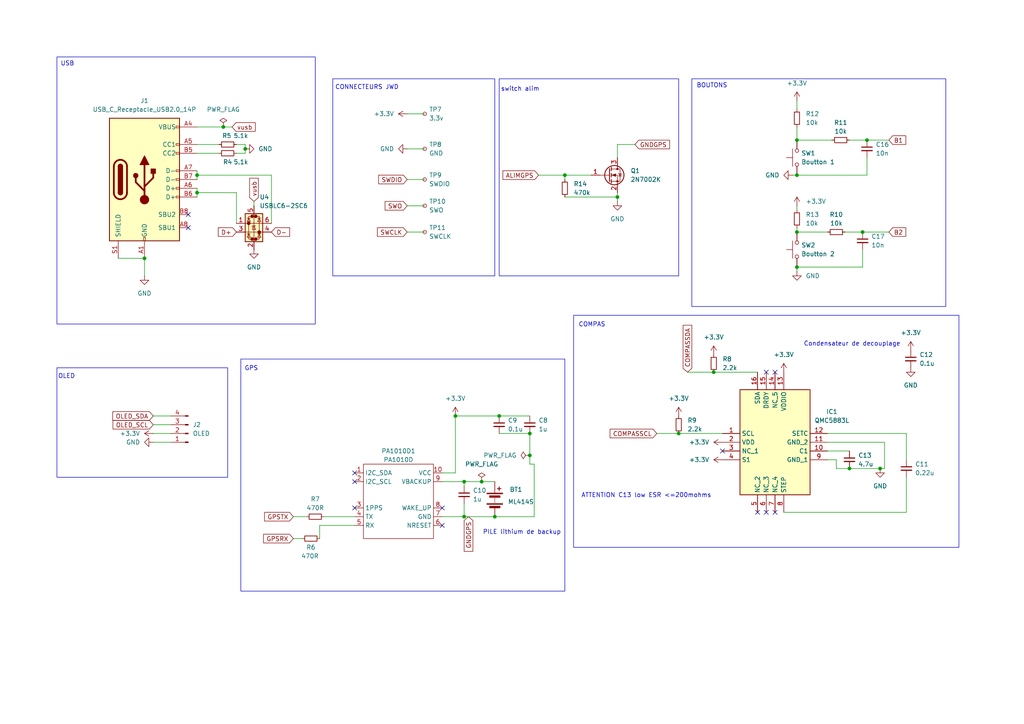
<source format=kicad_sch>
(kicad_sch (version 20231120) (generator "eeschema") (generator_version "8.0")
  (paper "A4")
  (title_block (title "Balise GPS") (date "2024-03-08") (rev "1.0") (company "ENSEA") (comment 1 "Pommery Mathieu"))
  (lib_symbols
    (symbol "Connector:Conn_01x04_Pin" (pin_names (offset 1.016) hide)
      (property "Reference" "J" (at 0 5.08 0))
      (property "Value" "Conn_01x04_Pin" (at 0 -7.62 0))
      (symbol "Conn_01x04_Pin_1_1"
        (polyline (pts (xy 1.27 -5.08) (xy 0.8636 -5.08)) (stroke (width 0.1524)))
        (polyline (pts (xy 1.27 -2.54) (xy 0.8636 -2.54)) (stroke (width 0.1524)))
        (polyline (pts (xy 1.27 0) (xy 0.8636 0)) (stroke (width 0.1524)))
        (polyline (pts (xy 1.27 2.54) (xy 0.8636 2.54)) (stroke (width 0.1524)))
        (rectangle (start 0.8636 -4.953) (end 0 -5.207) (stroke (width 0.1524)) (fill (type outline)))
        (rectangle (start 0.8636 -2.413) (end 0 -2.667) (stroke (width 0.1524)) (fill (type outline)))
        (rectangle (start 0.8636 0.127) (end 0 -0.127) (stroke (width 0.1524)) (fill (type outline)))
        (rectangle (start 0.8636 2.667) (end 0 2.413) (stroke (width 0.1524)) (fill (type outline)))
        (pin passive line (at 5.08 2.54 180) (length 3.81) (name "Pin_1") (number "1"))
        (pin passive line (at 5.08 0 180) (length 3.81) (name "Pin_2") (number "2"))
        (pin passive line (at 5.08 -2.54 180) (length 3.81) (name "Pin_3") (number "3"))
        (pin passive line (at 5.08 -5.08 180) (length 3.81) (name "Pin_4") (number "4"))
      )
    )
    (symbol "Connector:TestPoint_Small" (pin_numbers hide) (pin_names (offset 0.762) hide)
      (property "Reference" "TP" (at 0 3.81 0))
      (property "Value" "TestPoint_Small" (at 0 2.032 0))
      (symbol "TestPoint_Small_0_1"
        (circle (center 0 0) (radius 0.508))
      )
      (symbol "TestPoint_Small_1_1"
        (pin passive line (at 0 0 90) (length 0) (name "1") (number "1"))
      )
    )
    (symbol "Device:Battery" (pin_numbers hide) (pin_names (offset 0) hide)
      (property "Reference" "BT" (at 2.54 2.54 0))
      (property "Value" "Battery" (at 2.54 0 0))
      (symbol "Battery_0_1"
        (rectangle (start -2.286 -1.27) (end 2.286 -1.524) (fill (type outline)))
        (rectangle (start -2.286 1.778) (end 2.286 1.524) (fill (type outline)))
        (rectangle (start -1.524 -2.032) (end 1.524 -2.54) (fill (type outline)))
        (rectangle (start -1.524 1.016) (end 1.524 0.508) (fill (type outline)))
        (polyline (pts (xy 0 -1.016) (xy 0 -0.762)))
        (polyline (pts (xy 0 -0.508) (xy 0 -0.254)))
        (polyline (pts (xy 0 0) (xy 0 0.254)))
        (polyline (pts (xy 0 1.778) (xy 0 2.54)))
        (polyline (pts (xy 0.762 3.048) (xy 1.778 3.048)) (stroke (width 0.254)))
        (polyline (pts (xy 1.27 3.556) (xy 1.27 2.54)) (stroke (width 0.254)))
      )
      (symbol "Battery_1_1"
        (pin passive line (at 0 5.08 270) (length 2.54) (name "+") (number "1"))
        (pin passive line (at 0 -5.08 90) (length 2.54) (name "-") (number "2"))
      )
    )
    (symbol "Device:C_Small" (pin_numbers hide) (pin_names (offset 0.254) hide)
      (property "Reference" "C" (at 0.254 1.778 0))
      (property "Value" "C_Small" (at 0.254 -2.032 0))
      (symbol "C_Small_0_1"
        (polyline (pts (xy -1.524 -0.508) (xy 1.524 -0.508)) (stroke (width 0.3302)))
        (polyline (pts (xy -1.524 0.508) (xy 1.524 0.508)) (stroke (width 0.3048)))
      )
      (symbol "C_Small_1_1"
        (pin passive line (at 0 2.54 270) (length 2.032) (name "~") (number "1"))
        (pin passive line (at 0 -2.54 90) (length 2.032) (name "~") (number "2"))
      )
    )
    (symbol "Device:R_Small" (pin_numbers hide) (pin_names (offset 0.254) hide)
      (property "Reference" "R" (at 0.762 0.508 0))
      (property "Value" "R_Small" (at 0.762 -1.016 0))
      (symbol "R_Small_0_1"
        (rectangle (start -0.762 1.778) (end 0.762 -1.778) (stroke (width 0.2032)))
      )
      (symbol "R_Small_1_1"
        (pin passive line (at 0 2.54 270) (length 0.762) (name "~") (number "1"))
        (pin passive line (at 0 -2.54 90) (length 0.762) (name "~") (number "2"))
      )
    )
    (symbol "LTC4065:USB_C_Receptacle_USB2.0_16P" (pin_names (offset 1.016))
      (property "Reference" "J1" (at 0 22.86 0))
      (property "Value" "USB_C_Receptacle_USB2.0_16P" (at 0 20.32 0))
      (symbol "USB_C_Receptacle_USB2.0_16P_0_0"
        (rectangle (start -0.254 -17.78) (end 0.254 -16.764))
        (rectangle (start 10.16 -4.826) (end 9.144 -5.334))
        (rectangle (start 10.16 -2.286) (end 9.144 -2.794))
        (rectangle (start 10.16 0.254) (end 9.144 -0.254))
        (rectangle (start 10.16 2.794) (end 9.144 2.286))
        (rectangle (start 10.16 7.874) (end 9.144 7.366))
        (rectangle (start 10.16 10.414) (end 9.144 9.906))
        (rectangle (start 10.16 15.494) (end 9.144 14.986))
      )
      (symbol "USB_C_Receptacle_USB2.0_16P_0_1"
        (rectangle (start -10.16 17.78) (end 10.16 -17.78) (stroke (width 0.254)) (fill (type background)))
        (arc (start -8.89 -3.81) (mid -6.985 -5.7067) (end -5.08 -3.81) (stroke (width 0.508)))
        (arc (start -7.62 -3.81) (mid -6.985 -4.4423) (end -6.35 -3.81) (stroke (width 0.254)))
        (arc (start -7.62 -3.81) (mid -6.985 -4.4423) (end -6.35 -3.81) (stroke (width 0.254)) (fill (type outline)))
        (rectangle (start -7.62 -3.81) (end -6.35 3.81) (stroke (width 0.254)) (fill (type outline)))
        (arc (start -6.35 3.81) (mid -6.985 4.4423) (end -7.62 3.81) (stroke (width 0.254)))
        (arc (start -6.35 3.81) (mid -6.985 4.4423) (end -7.62 3.81) (stroke (width 0.254)) (fill (type outline)))
        (arc (start -5.08 3.81) (mid -6.985 5.7067) (end -8.89 3.81) (stroke (width 0.508)))
        (circle (center -2.54 1.143) (radius 0.635) (stroke (width 0.254)) (fill (type outline)))
        (circle (center 0 -5.842) (radius 1.27) (fill (type outline)))
        (polyline (pts (xy -8.89 -3.81) (xy -8.89 3.81)) (stroke (width 0.508)))
        (polyline (pts (xy -5.08 3.81) (xy -5.08 -3.81)) (stroke (width 0.508)))
        (polyline (pts (xy 0 -5.842) (xy 0 4.318)) (stroke (width 0.508)))
        (polyline (pts (xy 0 -3.302) (xy -2.54 -0.762) (xy -2.54 0.508)) (stroke (width 0.508)))
        (polyline (pts (xy 0 -2.032) (xy 2.54 0.508) (xy 2.54 1.778)) (stroke (width 0.508)))
        (polyline (pts (xy -1.27 4.318) (xy 0 6.858) (xy 1.27 4.318) (xy -1.27 4.318)) (stroke (width 0.254)) (fill (type outline)))
        (rectangle (start 1.905 1.778) (end 3.175 3.048) (stroke (width 0.254)) (fill (type outline)))
      )
      (symbol "USB_C_Receptacle_USB2.0_16P_1_1"
        (pin passive line (at 0 -22.86 90) (length 5.08) (name "GND") (number "A1"))
        (pin passive line (at 15.24 15.24 180) (length 5.08) (name "VBUS") (number "A4"))
        (pin bidirectional line (at 15.24 10.16 180) (length 5.08) (name "CC1") (number "A5"))
        (pin bidirectional line (at 15.24 -2.54 180) (length 5.08) (name "D+") (number "A6"))
        (pin bidirectional line (at 15.24 2.54 180) (length 5.08) (name "D-") (number "A7"))
        (pin bidirectional line (at 12.7 -13.97 180) (length 2.54) (name "SBU1") (number "A8"))
        (pin bidirectional line (at 15.24 7.62 180) (length 5.08) (name "CC2") (number "B5"))
        (pin bidirectional line (at 15.24 -5.08 180) (length 5.08) (name "D+") (number "B6"))
        (pin bidirectional line (at 15.24 0 180) (length 5.08) (name "D-") (number "B7"))
        (pin bidirectional line (at 12.7 -10.16 180) (length 2.54) (name "SBU2") (number "B8"))
        (pin passive line (at -7.62 -22.86 90) (length 5.08) (name "SHIELD") (number "S1"))
      )
    )
    (symbol "PA1010D:PA1010D"
      (property "Reference" "PA1010D" (at 0 3.048 0))
      (symbol "PA1010D_0_1"
        (rectangle (start -8.89 0) (end 11.43 -21.59))
      )
      (symbol "PA1010D_1_1"
        (pin input line (at -11.43 -2.54 0) (length 2.54) (name "I2C_SDA") (number "1"))
        (pin power_in line (at 13.97 -2.54 180) (length 2.54) (name "VCC") (number "10"))
        (pin input line (at -11.43 -5.08 0) (length 2.54) (name "I2C_SCL") (number "2"))
        (pin input line (at -11.43 -12.7 0) (length 2.54) (name "1PPS") (number "3"))
        (pin output line (at -11.43 -15.24 0) (length 2.54) (name "TX") (number "4"))
        (pin input line (at -11.43 -17.78 0) (length 2.54) (name "RX") (number "5"))
        (pin input line (at 13.97 -17.78 180) (length 2.54) (name "NRESET") (number "6"))
        (pin power_in line (at 13.97 -15.24 180) (length 2.54) (name "GND") (number "7"))
        (pin input line (at 13.97 -12.7 180) (length 2.54) (name "WAKE_UP") (number "8"))
        (pin power_in line (at 13.97 -5.08 180) (length 2.54) (name "VBACKUP") (number "9"))
      )
    )
    (symbol "Power_Protection:USBLC6-2SC6" (pin_names hide)
      (property "Reference" "U" (at 0.635 5.715 0))
      (property "Value" "USBLC6-2SC6" (at 0.635 3.81 0))
      (symbol "USBLC6-2SC6_0_0"
        (circle (center -1.524 0) (radius 0.0001) (stroke (width 0.508)))
        (circle (center -0.508 -4.572) (radius 0.0001) (stroke (width 0.508)))
        (circle (center -0.508 2.032) (radius 0.0001) (stroke (width 0.508)))
        (circle (center 0.508 -4.572) (radius 0.0001) (stroke (width 0.508)))
        (circle (center 0.508 2.032) (radius 0.0001) (stroke (width 0.508)))
        (circle (center 1.524 -2.54) (radius 0.0001) (stroke (width 0.508)))
      )
      (symbol "USBLC6-2SC6_0_1"
        (polyline (pts (xy -2.54 -2.54) (xy 2.54 -2.54)))
        (polyline (pts (xy -2.54 0) (xy 2.54 0)))
        (polyline (pts (xy -2.032 -3.048) (xy -1.016 -3.048)))
        (polyline (pts (xy -1.016 1.524) (xy -2.032 1.524)))
        (polyline (pts (xy 1.016 -3.048) (xy 2.032 -3.048)))
        (polyline (pts (xy 1.016 1.524) (xy 2.032 1.524)))
        (polyline (pts (xy -0.508 -1.143) (xy -0.508 -0.762) (xy 0.508 -0.762)))
        (polyline (pts (xy -2.032 0.508) (xy -1.016 0.508) (xy -1.524 1.524) (xy -2.032 0.508)))
        (polyline (pts (xy -1.016 -4.064) (xy -2.032 -4.064) (xy -1.524 -3.048) (xy -1.016 -4.064)))
        (polyline (pts (xy 0.508 -1.778) (xy -0.508 -1.778) (xy 0 -0.762) (xy 0.508 -1.778)))
        (polyline (pts (xy 2.032 -4.064) (xy 1.016 -4.064) (xy 1.524 -3.048) (xy 2.032 -4.064)))
        (polyline (pts (xy 2.032 0.508) (xy 1.016 0.508) (xy 1.524 1.524) (xy 2.032 0.508)))
        (polyline (pts (xy 0 2.54) (xy -0.508 2.032) (xy 0.508 2.032) (xy 0 1.524) (xy 0 -4.064) (xy -0.508 -4.572) (xy 0.508 -4.572) (xy 0 -5.08)))
      )
      (symbol "USBLC6-2SC6_1_1"
        (rectangle (start -2.54 2.794) (end 2.54 -5.334) (stroke (width 0.254)) (fill (type background)))
        (polyline (pts (xy -0.508 2.032) (xy -1.524 2.032) (xy -1.524 -4.572) (xy -0.508 -4.572)))
        (polyline (pts (xy 0.508 -4.572) (xy 1.524 -4.572) (xy 1.524 2.032) (xy 0.508 2.032)))
        (pin passive line (at -5.08 0 0) (length 2.54) (name "I/O1") (number "1"))
        (pin passive line (at 0 -7.62 90) (length 2.54) (name "GND") (number "2"))
        (pin passive line (at -5.08 -2.54 0) (length 2.54) (name "I/O2") (number "3"))
        (pin passive line (at 5.08 -2.54 180) (length 2.54) (name "I/O2") (number "4"))
        (pin passive line (at 0 5.08 270) (length 2.54) (name "VBUS") (number "5"))
        (pin passive line (at 5.08 0 180) (length 2.54) (name "I/O1") (number "6"))
      )
    )
    (symbol "QMC5883L:QMC5883L"
      (property "Reference" "IC" (at 26.67 17.78 0))
      (property "Value" "QMC5883L" (at 26.67 15.24 0))
      (symbol "QMC5883L_1_1"
        (rectangle (start 5.08 12.7) (end 25.4 -17.78) (stroke (width 0.254)) (fill (type background)))
        (pin passive line (at 0 0 0) (length 5.08) (name "SCL") (number "1"))
        (pin passive line (at 30.48 -5.08 180) (length 5.08) (name "C1") (number "10"))
        (pin passive line (at 30.48 -2.54 180) (length 5.08) (name "GND_2") (number "11"))
        (pin passive line (at 30.48 0 180) (length 5.08) (name "SETC") (number "12"))
        (pin passive line (at 17.78 17.78 270) (length 5.08) (name "VDDIO") (number "13"))
        (pin passive line (at 15.24 17.78 270) (length 5.08) (name "NC_5") (number "14"))
        (pin passive line (at 12.7 17.78 270) (length 5.08) (name "DRDY") (number "15"))
        (pin passive line (at 10.16 17.78 270) (length 5.08) (name "SDA") (number "16"))
        (pin passive line (at 0 -2.54 0) (length 5.08) (name "VDD") (number "2"))
        (pin passive line (at 0 -5.08 0) (length 5.08) (name "NC_1") (number "3"))
        (pin passive line (at 0 -7.62 0) (length 5.08) (name "S1") (number "4"))
        (pin passive line (at 10.16 -22.86 90) (length 5.08) (name "NC_2") (number "5"))
        (pin passive line (at 12.7 -22.86 90) (length 5.08) (name "NC_3") (number "6"))
        (pin passive line (at 15.24 -22.86 90) (length 5.08) (name "NC_4") (number "7"))
        (pin passive line (at 17.78 -22.86 90) (length 5.08) (name "STEP") (number "8"))
        (pin passive line (at 30.48 -7.62 180) (length 5.08) (name "GND_1") (number "9"))
      )
    )
    (symbol "Switch:SW_Push" (pin_numbers hide) (pin_names (offset 1.016) hide)
      (property "Reference" "SW" (at 1.27 2.54 0))
      (property "Value" "SW_Push" (at 0 -1.524 0))
      (symbol "SW_Push_0_1"
        (circle (center -2.032 0) (radius 0.508))
        (polyline (pts (xy 0 1.27) (xy 0 3.048)))
        (polyline (pts (xy 2.54 1.27) (xy -2.54 1.27)))
        (circle (center 2.032 0) (radius 0.508))
        (pin passive line (at -5.08 0 0) (length 2.54) (name "1") (number "1"))
        (pin passive line (at 5.08 0 180) (length 2.54) (name "2") (number "2"))
      )
    )
    (symbol "Transistor_FET:2N7002K" (pin_names hide)
      (property "Reference" "Q" (at 5.08 1.905 0))
      (property "Value" "2N7002K" (at 5.08 0 0))
      (symbol "2N7002K_0_1"
        (polyline (pts (xy 0.254 0) (xy -2.54 0)))
        (polyline (pts (xy 0.254 1.905) (xy 0.254 -1.905)) (stroke (width 0.254)))
        (polyline (pts (xy 0.762 -1.27) (xy 0.762 -2.286)) (stroke (width 0.254)))
        (polyline (pts (xy 0.762 0.508) (xy 0.762 -0.508)) (stroke (width 0.254)))
        (polyline (pts (xy 0.762 2.286) (xy 0.762 1.27)) (stroke (width 0.254)))
        (polyline (pts (xy 2.54 2.54) (xy 2.54 1.778)))
        (polyline (pts (xy 2.54 -2.54) (xy 2.54 0) (xy 0.762 0)))
        (polyline (pts (xy 0.762 -1.778) (xy 3.302 -1.778) (xy 3.302 1.778) (xy 0.762 1.778)))
        (polyline (pts (xy 1.016 0) (xy 2.032 0.381) (xy 2.032 -0.381) (xy 1.016 0)) (fill (type outline)))
        (polyline (pts (xy 2.794 0.508) (xy 2.921 0.381) (xy 3.683 0.381) (xy 3.81 0.254)))
        (polyline (pts (xy 3.302 0.381) (xy 2.921 -0.254) (xy 3.683 -0.254) (xy 3.302 0.381)))
        (circle (center 1.651 0) (radius 2.794) (stroke (width 0.254)))
        (circle (center 2.54 -1.778) (radius 0.254) (fill (type outline)))
        (circle (center 2.54 1.778) (radius 0.254) (fill (type outline)))
      )
      (symbol "2N7002K_1_1"
        (pin input line (at -5.08 0 0) (length 2.54) (name "G") (number "1"))
        (pin passive line (at 2.54 -5.08 90) (length 2.54) (name "S") (number "2"))
        (pin passive line (at 2.54 5.08 270) (length 2.54) (name "D") (number "3"))
      )
    )
    (symbol "power:+3.3V" (power) (pin_numbers hide) (pin_names (offset 0) hide)
      (property "Value" "+3.3V" (at 0 3.556 0))
      (symbol "+3.3V_0_1"
        (polyline (pts (xy -0.762 1.27) (xy 0 2.54)))
        (polyline (pts (xy 0 0) (xy 0 2.54)))
        (polyline (pts (xy 0 2.54) (xy 0.762 1.27)))
      )
      (symbol "+3.3V_1_1"
        (pin power_in line (at 0 0 90) (length 0) (name "~") (number "1"))
      )
    )
    (symbol "power:GND" (power) (pin_numbers hide) (pin_names (offset 0) hide)
      (property "Value" "GND" (at 0 -3.81 0))
      (symbol "GND_0_1"
        (polyline (pts (xy 0 0) (xy 0 -1.27) (xy 1.27 -1.27) (xy 0 -2.54) (xy -1.27 -1.27) (xy 0 -1.27)))
      )
      (symbol "GND_1_1"
        (pin power_in line (at 0 0 270) (length 0) (name "~") (number "1"))
      )
    )
    (symbol "power:PWR_FLAG" (power) (pin_numbers hide) (pin_names (offset 0) hide)
      (property "Value" "PWR_FLAG" (at 0 3.81 0))
      (symbol "PWR_FLAG_0_0"
        (pin power_out line (at 0 0 90) (length 0) (name "~") (number "1"))
      )
      (symbol "PWR_FLAG_0_1"
        (polyline (pts (xy 0 0) (xy 0 1.27) (xy -1.016 1.905) (xy 0 2.54) (xy 1.016 1.905) (xy 0 1.27)))
      )
    )
  )
  (junction (at 179.07 57.15))
  (junction (at 231.14 50.8))
  (junction (at 250.19 67.31))
  (junction (at 207.01 107.95))
  (junction (at 231.14 77.47))
  (junction (at 153.67 125.73))
  (junction (at 71.12 43.18))
  (junction (at 57.15 50.8))
  (junction (at 41.91 74.93))
  (junction (at 57.15 55.88))
  (junction (at 144.78 120.65))
  (junction (at 251.46 40.64))
  (junction (at 246.38 135.89))
  (junction (at 143.51 149.86))
  (junction (at 134.62 139.7))
  (junction (at 231.14 67.31))
  (junction (at 196.85 125.73))
  (junction (at 255.27 135.89))
  (junction (at 153.67 132.08))
  (junction (at 163.83 50.8))
  (junction (at 134.62 149.86))
  (junction (at 64.77 36.83))
  (junction (at 231.14 40.64))
  (junction (at 132.08 120.65))
  (junction (at 139.7 139.7))
  (no_connect (at 102.87 139.7))
  (no_connect (at 54.61 66.04))
  (no_connect (at 222.25 148.59))
  (no_connect (at 102.87 137.16))
  (no_connect (at 209.55 130.81))
  (no_connect (at 128.27 147.32))
  (no_connect (at 102.87 147.32))
  (no_connect (at 224.79 148.59))
  (no_connect (at 219.71 148.59))
  (no_connect (at 54.61 62.23))
  (no_connect (at 128.27 152.4))
  (no_connect (at 224.79 107.95))
  (no_connect (at 222.25 107.95))
  (wire (pts (xy 256.54 128.27) (xy 256.54 135.89)))
  (wire (pts (xy 262.89 125.73) (xy 240.03 125.73)))
  (wire (pts (xy 179.07 57.15) (xy 179.07 58.42)))
  (wire (pts (xy 154.94 134.62) (xy 154.94 149.86)))
  (wire (pts (xy 231.14 59.69) (xy 231.14 60.96)))
  (wire (pts (xy 57.15 44.45) (xy 63.5 44.45)))
  (wire (pts (xy 242.57 133.35) (xy 242.57 135.89)))
  (wire (pts (xy 262.89 133.35) (xy 262.89 125.73)))
  (wire (pts (xy 163.83 50.8) (xy 163.83 52.07)))
  (wire (pts (xy 41.91 74.93) (xy 41.91 80.01)))
  (wire (pts (xy 134.62 149.86) (xy 143.51 149.86)))
  (wire (pts (xy 231.14 36.83) (xy 231.14 40.64)))
  (wire (pts (xy 92.71 152.4) (xy 102.87 152.4)))
  (wire (pts (xy 229.87 50.8) (xy 231.14 50.8)))
  (wire (pts (xy 231.14 66.04) (xy 231.14 67.31)))
  (wire (pts (xy 128.27 137.16) (xy 132.08 137.16)))
  (wire (pts (xy 57.15 54.61) (xy 57.15 55.88)))
  (wire (pts (xy 57.15 41.91) (xy 63.5 41.91)))
  (wire (pts (xy 199.39 107.95) (xy 207.01 107.95)))
  (wire (pts (xy 207.01 107.95) (xy 219.71 107.95)))
  (wire (pts (xy 68.58 41.91) (xy 71.12 41.91)))
  (wire (pts (xy 154.94 149.86) (xy 143.51 149.86)))
  (wire (pts (xy 153.67 132.08) (xy 153.67 134.62)))
  (wire (pts (xy 92.71 156.21) (xy 92.71 152.4)))
  (wire (pts (xy 231.14 67.31) (xy 240.03 67.31)))
  (wire (pts (xy 163.83 57.15) (xy 179.07 57.15)))
  (wire (pts (xy 44.45 123.19) (xy 49.53 123.19)))
  (wire (pts (xy 251.46 40.64) (xy 257.81 40.64)))
  (wire (pts (xy 128.27 139.7) (xy 134.62 139.7)))
  (wire (pts (xy 132.08 137.16) (xy 132.08 120.65)))
  (wire (pts (xy 57.15 36.83) (xy 64.77 36.83)))
  (wire (pts (xy 57.15 50.8) (xy 57.15 52.07)))
  (wire (pts (xy 132.08 120.65) (xy 144.78 120.65)))
  (wire (pts (xy 231.14 77.47) (xy 231.14 78.74)))
  (wire (pts (xy 240.03 128.27) (xy 256.54 128.27)))
  (wire (pts (xy 118.11 59.69) (xy 123.19 59.69)))
  (wire (pts (xy 57.15 55.88) (xy 57.15 57.15)))
  (wire (pts (xy 245.11 67.31) (xy 250.19 67.31)))
  (wire (pts (xy 153.67 134.62) (xy 154.94 134.62)))
  (wire (pts (xy 71.12 41.91) (xy 71.12 43.18)))
  (wire (pts (xy 240.03 130.81) (xy 246.38 130.81)))
  (wire (pts (xy 93.98 149.86) (xy 102.87 149.86)))
  (wire (pts (xy 179.07 55.88) (xy 179.07 57.15)))
  (wire (pts (xy 78.74 64.77) (xy 78.74 50.8)))
  (wire (pts (xy 256.54 135.89) (xy 255.27 135.89)))
  (wire (pts (xy 68.58 44.45) (xy 71.12 44.45)))
  (wire (pts (xy 134.62 139.7) (xy 134.62 140.97)))
  (wire (pts (xy 57.15 55.88) (xy 68.58 55.88)))
  (wire (pts (xy 118.11 43.18) (xy 123.19 43.18)))
  (wire (pts (xy 44.45 125.73) (xy 49.53 125.73)))
  (wire (pts (xy 255.27 135.89) (xy 246.38 135.89)))
  (wire (pts (xy 134.62 139.7) (xy 139.7 139.7)))
  (wire (pts (xy 73.66 59.69) (xy 73.66 58.42)))
  (wire (pts (xy 184.15 41.91) (xy 179.07 41.91)))
  (wire (pts (xy 250.19 67.31) (xy 257.81 67.31)))
  (wire (pts (xy 250.19 77.47) (xy 231.14 77.47)))
  (wire (pts (xy 196.85 125.73) (xy 209.55 125.73)))
  (wire (pts (xy 64.77 36.83) (xy 67.31 36.83)))
  (wire (pts (xy 246.38 40.64) (xy 251.46 40.64)))
  (wire (pts (xy 57.15 49.53) (xy 57.15 50.8)))
  (wire (pts (xy 144.78 125.73) (xy 153.67 125.73)))
  (wire (pts (xy 139.7 139.7) (xy 143.51 139.7)))
  (wire (pts (xy 179.07 41.91) (xy 179.07 45.72)))
  (wire (pts (xy 163.83 50.8) (xy 171.45 50.8)))
  (wire (pts (xy 227.33 148.59) (xy 262.89 148.59)))
  (wire (pts (xy 34.29 74.93) (xy 41.91 74.93)))
  (wire (pts (xy 118.11 33.02) (xy 123.19 33.02)))
  (wire (pts (xy 118.11 52.07) (xy 123.19 52.07)))
  (wire (pts (xy 153.67 125.73) (xy 153.67 132.08)))
  (wire (pts (xy 85.09 156.21) (xy 87.63 156.21)))
  (wire (pts (xy 240.03 133.35) (xy 242.57 133.35)))
  (wire (pts (xy 190.5 125.73) (xy 196.85 125.73)))
  (wire (pts (xy 144.78 120.65) (xy 153.67 120.65)))
  (wire (pts (xy 118.11 67.31) (xy 123.19 67.31)))
  (wire (pts (xy 134.62 149.86) (xy 134.62 146.05)))
  (wire (pts (xy 242.57 135.89) (xy 246.38 135.89)))
  (wire (pts (xy 78.74 50.8) (xy 57.15 50.8)))
  (wire (pts (xy 68.58 55.88) (xy 68.58 64.77)))
  (wire (pts (xy 85.09 149.86) (xy 88.9 149.86)))
  (wire (pts (xy 262.89 148.59) (xy 262.89 138.43)))
  (wire (pts (xy 44.45 128.27) (xy 49.53 128.27)))
  (wire (pts (xy 251.46 45.72) (xy 251.46 50.8)))
  (wire (pts (xy 71.12 44.45) (xy 71.12 43.18)))
  (wire (pts (xy 250.19 72.39) (xy 250.19 77.47)))
  (wire (pts (xy 231.14 40.64) (xy 241.3 40.64)))
  (wire (pts (xy 156.21 50.8) (xy 163.83 50.8)))
  (wire (pts (xy 251.46 50.8) (xy 231.14 50.8)))
  (wire (pts (xy 128.27 149.86) (xy 134.62 149.86)))
  (wire (pts (xy 231.14 29.21) (xy 231.14 31.75)))
  (wire (pts (xy 44.45 120.65) (xy 49.53 120.65)))
  (rectangle (start 69.85 104.14) (end 163.83 171.45))
  (rectangle (start 200.66 22.86) (end 274.32 88.9))
  (rectangle (start 96.52 22.86) (end 143.51 80.01))
  (rectangle (start 16.51 16.51) (end 91.44 93.98))
  (rectangle (start 144.78 22.86) (end 196.85 80.01))
  (rectangle (start 166.37 91.44) (end 278.13 158.75))
  (rectangle (start 16.51 106.68) (end 66.04 138.43))
  (text "PILE lithium de backup" (at 151.384 154.432 0) (effects (font (size 1.27 1.27))))
  (text "OLED" (at 19.304 109.22 0) (effects (font (size 1.27 1.27))))
  (text "COMPAS" (at 171.704 94.234 0) (effects (font (size 1.27 1.27))))
  (text "switch alim" (at 150.876 25.908 0) (effects (font (size 1.27 1.27))))
  (text "Condensateur de decouplage" (at 247.142 99.822 0) (effects (font (size 1.27 1.27))))
  (text "GPS" (at 72.898 106.934 0) (effects (font (size 1.27 1.27))))
  (text "ATTENTION C13 low ESR <=200mohms" (at 187.452 143.764 0) (effects (font (size 1.27 1.27))))
  (text "USB" (at 19.558 18.542 0) (effects (font (size 1.27 1.27))))
  (text "BOUTONS" (at 206.502 24.892 0) (effects (font (size 1.27 1.27))))
  (text "CONNECTEURS JWD" (at 106.426 25.4 0) (effects (font (size 1.27 1.27))))
  (global_label "COMPASSDA" (shape input) (at 199.39 107.95 90) (property "Intersheetrefs" "${INTERSHEET_REFS}" (effects (hide yes))))
  (global_label "COMPASSCL" (shape input) (at 190.5 125.73 180) (property "Intersheetrefs" "${INTERSHEET_REFS}" (effects (hide yes))))
  (global_label "SWO" (shape input) (at 118.11 59.69 180) (property "Intersheetrefs" "${INTERSHEET_REFS}" (effects (hide yes))))
  (global_label "OLED_SCL" (shape input) (at 44.45 123.19 180) (property "Intersheetrefs" "${INTERSHEET_REFS}" (effects (hide yes))))
  (global_label "GNDGPS" (shape input) (at 135.89 149.86 270) (property "Intersheetrefs" "${INTERSHEET_REFS}" (effects (hide yes))))
  (global_label "SWDIO" (shape input) (at 118.11 52.07 180) (property "Intersheetrefs" "${INTERSHEET_REFS}" (effects (hide yes))))
  (global_label "GNDGPS" (shape input) (at 184.15 41.91 0) (property "Intersheetrefs" "${INTERSHEET_REFS}" (effects (hide yes))))
  (global_label "GPSRX" (shape input) (at 85.09 156.21 180) (property "Intersheetrefs" "${INTERSHEET_REFS}" (effects (hide yes))))
  (global_label "GPSTX" (shape input) (at 85.09 149.86 180) (property "Intersheetrefs" "${INTERSHEET_REFS}" (effects (hide yes))))
  (global_label "SWCLK" (shape input) (at 118.11 67.31 180) (property "Intersheetrefs" "${INTERSHEET_REFS}" (effects (hide yes))))
  (global_label "B1" (shape input) (at 257.81 40.64 0) (property "Intersheetrefs" "${INTERSHEET_REFS}" (effects (hide yes))))
  (global_label "D+" (shape input) (at 68.58 67.31 180) (property "Intersheetrefs" "${INTERSHEET_REFS}" (effects (hide yes))))
  (global_label "B2" (shape input) (at 257.81 67.31 0) (property "Intersheetrefs" "${INTERSHEET_REFS}" (effects (hide yes))))
  (global_label "vusb" (shape input) (at 67.31 36.83 0) (property "Intersheetrefs" "${INTERSHEET_REFS}" (effects (hide yes))))
  (global_label "ALIMGPS" (shape input) (at 156.21 50.8 180) (property "Intersheetrefs" "${INTERSHEET_REFS}" (effects (hide yes))))
  (global_label "D-" (shape input) (at 78.74 67.31 0) (property "Intersheetrefs" "${INTERSHEET_REFS}" (effects (hide yes))))
  (global_label "OLED_SDA" (shape input) (at 44.45 120.65 180) (property "Intersheetrefs" "${INTERSHEET_REFS}" (effects (hide yes))))
  (global_label "vusb" (shape input) (at 73.66 58.42 90) (property "Intersheetrefs" "${INTERSHEET_REFS}" (effects (hide yes))))
  (symbol (lib_id "power:PWR_FLAG") (at 153.67 132.08 90) (unit 1)
    (property "Reference" "#FLG05" (effects (hide yes)))
    (property "Value" "PWR_FLAG" (at 149.86 132.0799 90) (effects (justify left)))
    (property "Description" "Special symbol for telling ERC where power comes from" (effects (hide yes)))
  )
  (symbol (lib_id "Device:R_Small") (at 242.57 67.31 90) (unit 1)
    (property "Reference" "R10" (at 242.57 62.23 90))
    (property "Value" "10k" (at 242.57 64.77 90))
    (property "Footprint" "Resistor_SMD:R_0402_1005Metric_Pad0.72x0.64mm_HandSolder" (effects (hide yes)))
    (property "Description" "Resistor, small symbol" (effects (hide yes)))
  )
  (symbol (lib_id "Device:Battery") (at 143.51 144.78 0) (unit 1)
    (property "Reference" "BT1" (at 147.828 141.986 0) (effects (justify left)))
    (property "Value" "ML414S" (at 147.32 145.542 0) (effects (justify left)))
    (property "Footprint" "MS414:MS421R-IV03E" (effects (hide yes)))
    (property "Description" "Multiple-cell battery" (effects (hide yes)))
  )
  (symbol (lib_id "power:+3.3V") (at 44.45 125.73 90) (unit 1)
    (property "Reference" "#PWR011" (effects (hide yes)))
    (property "Value" "+3.3V" (at 40.64 125.7299 90) (effects (justify left)))
    (property "Description" "Power symbol creates a global label with name \"+3.3V\"" (effects (hide yes)))
  )
  (symbol (lib_id "Power_Protection:USBLC6-2SC6") (at 73.66 64.77 0) (unit 1)
    (property "Reference" "U4" (at 75.3111 57.15 0) (effects (justify left)))
    (property "Value" "USBLC6-2SC6" (at 75.3111 59.69 0) (effects (justify left)))
    (property "Footprint" "Package_TO_SOT_SMD:SOT-23-6" (effects (hide yes)))
    (property "Datasheet" "https://www.st.com/resource/en/datasheet/usblc6-2.pdf" (effects (hide yes)))
    (property "Description" "Very low capacitance ESD protection diode, 2 data-line, SOT-23-6" (effects (hide yes)))
  )
  (symbol (lib_id "Connector:TestPoint_Small") (at 123.19 67.31 0) (unit 1)
    (property "Reference" "TP11" (at 124.46 66.0399 0) (effects (justify left)))
    (property "Value" "SWCLK" (at 124.46 68.5799 0) (effects (justify left)))
    (property "Footprint" "TestPoint:TestPoint_THTPad_D1.0mm_Drill0.5mm" (effects (hide yes)))
    (property "Description" "test point" (effects (hide yes)))
  )
  (symbol (lib_id "power:PWR_FLAG") (at 139.7 139.7 0) (unit 1)
    (property "Reference" "#FLG04" (effects (hide yes)))
    (property "Value" "PWR_FLAG" (at 139.7 134.62 0))
    (property "Description" "Special symbol for telling ERC where power comes from" (effects (hide yes)))
  )
  (symbol (lib_id "PA1010D:PA1010D") (at 114.3 134.62 0) (unit 1)
    (property "Reference" "PA1010D1" (at 115.57 130.81 0))
    (property "Value" "PA1010D" (at 115.57 133.35 0))
    (property "Footprint" "PA1010D:PA1010D" (effects (hide yes)))
    (property "Datasheet" "https://drive.google.com/file/d/1O-9RGAwgs2fgtnzJRBa9eB1fAqJt7n_k/view" (effects (hide yes)))
  )
  (symbol (lib_id "power:+3.3V") (at 132.08 120.65 0) (unit 1)
    (property "Reference" "#PWR019" (effects (hide yes)))
    (property "Value" "+3.3V" (at 132.08 115.57 0))
    (property "Description" "Power symbol creates a global label with name \"+3.3V\"" (effects (hide yes)))
  )
  (symbol (lib_id "power:GND") (at 73.66 72.39 0) (unit 1)
    (property "Reference" "#PWR07" (effects (hide yes)))
    (property "Value" "GND" (at 73.66 77.47 0))
    (property "Description" "Power symbol creates a global label with name \"GND\" , ground" (effects (hide yes)))
  )
  (symbol (lib_id "Device:C_Small") (at 134.62 143.51 0) (unit 1)
    (property "Reference" "C10" (at 137.16 142.2462 0) (effects (justify left)))
    (property "Value" "1u" (at 137.16 144.7862 0) (effects (justify left)))
    (property "Footprint" "Capacitor_SMD:C_0402_1005Metric_Pad0.74x0.62mm_HandSolder" (effects (hide yes)))
    (property "Description" "Unpolarized capacitor, small symbol" (effects (hide yes)))
  )
  (symbol (lib_id "Device:C_Small") (at 264.16 104.14 0) (unit 1)
    (property "Reference" "C12" (at 266.7 102.8762 0) (effects (justify left)))
    (property "Value" "0.1u" (at 266.7 105.4162 0) (effects (justify left)))
    (property "Footprint" "Capacitor_SMD:C_0402_1005Metric_Pad0.74x0.62mm_HandSolder" (effects (hide yes)))
    (property "Description" "Unpolarized capacitor, small symbol" (effects (hide yes)))
  )
  (symbol (lib_id "Device:C_Small") (at 251.46 43.18 0) (unit 1)
    (property "Reference" "C16" (at 254 41.9162 0) (effects (justify left)))
    (property "Value" "10n" (at 254 44.4562 0) (effects (justify left)))
    (property "Footprint" "Capacitor_SMD:C_0402_1005Metric_Pad0.74x0.62mm_HandSolder" (effects (hide yes)))
    (property "Description" "Unpolarized capacitor, small symbol" (effects (hide yes)))
  )
  (symbol (lib_id "power:PWR_FLAG") (at 64.77 36.83 0) (unit 1)
    (property "Reference" "#FLG01" (effects (hide yes)))
    (property "Value" "PWR_FLAG" (at 64.77 31.75 0))
    (property "Description" "Special symbol for telling ERC where power comes from" (effects (hide yes)))
  )
  (symbol (lib_id "power:+3.3V") (at 209.55 128.27 90) (unit 1)
    (property "Reference" "#PWR023" (effects (hide yes)))
    (property "Value" "+3.3V" (at 205.74 128.2699 90) (effects (justify left)))
    (property "Description" "Power symbol creates a global label with name \"+3.3V\"" (effects (hide yes)))
  )
  (symbol (lib_id "power:+3.3V") (at 209.55 133.35 90) (unit 1)
    (property "Reference" "#PWR022" (effects (hide yes)))
    (property "Value" "+3.3V" (at 205.74 133.3499 90) (effects (justify left)))
    (property "Description" "Power symbol creates a global label with name \"+3.3V\"" (effects (hide yes)))
  )
  (symbol (lib_id "Device:C_Small") (at 250.19 69.85 0) (unit 1)
    (property "Reference" "C17" (at 252.73 68.5862 0) (effects (justify left)))
    (property "Value" "10n" (at 252.73 71.1262 0) (effects (justify left)))
    (property "Footprint" "Capacitor_SMD:C_0402_1005Metric_Pad0.74x0.62mm_HandSolder" (effects (hide yes)))
    (property "Description" "Unpolarized capacitor, small symbol" (effects (hide yes)))
  )
  (symbol (lib_id "Transistor_FET:2N7002K") (at 176.53 50.8 0) (unit 1)
    (property "Reference" "Q1" (at 182.88 49.5299 0) (effects (justify left)))
    (property "Value" "2N7002K" (at 182.88 52.0699 0) (effects (justify left)))
    (property "Footprint" "2N7002KQB:2N7002KQB" (effects (hide yes)))
    (property "Datasheet" "https://www.mouser.fr/datasheet/2/916/2N7002KQB-2721666.pdf" (effects (hide yes)))
    (property "Description" "2N7002KQBZ" (effects (hide yes)))
  )
  (symbol (lib_id "power:+3.3V") (at 118.11 33.02 90) (unit 1)
    (property "Reference" "#PWR016" (effects (hide yes)))
    (property "Value" "+3.3V" (at 114.3 33.0199 90) (effects (justify left)))
    (property "Description" "Power symbol creates a global label with name \"+3.3V\"" (effects (hide yes)))
  )
  (symbol (lib_id "power:GND") (at 229.87 50.8 270) (unit 1)
    (property "Reference" "#PWR06" (effects (hide yes)))
    (property "Value" "GND" (at 226.06 50.7999 90) (effects (justify right)))
    (property "Description" "Power symbol creates a global label with name \"GND\" , ground" (effects (hide yes)))
  )
  (symbol (lib_id "Device:R_Small") (at 196.85 123.19 180) (unit 1)
    (property "Reference" "R9" (at 199.39 121.9199 0) (effects (justify right)))
    (property "Value" "2.2k" (at 199.39 124.4599 0) (effects (justify right)))
    (property "Footprint" "Resistor_SMD:R_0402_1005Metric_Pad0.72x0.64mm_HandSolder" (effects (hide yes)))
    (property "Description" "Resistor, small symbol" (effects (hide yes)))
  )
  (symbol (lib_id "power:GND") (at 264.16 106.68 0) (unit 1)
    (property "Reference" "#PWR026" (effects (hide yes)))
    (property "Value" "GND" (at 264.16 111.76 0))
    (property "Description" "Power symbol creates a global label with name \"GND\" , ground" (effects (hide yes)))
  )
  (symbol (lib_id "power:GND") (at 231.14 78.74 0) (unit 1)
    (property "Reference" "#PWR028" (effects (hide yes)))
    (property "Value" "GND" (at 233.68 80.0099 0) (effects (justify left)))
    (property "Description" "Power symbol creates a global label with name \"GND\" , ground" (effects (hide yes)))
  )
  (symbol (lib_id "power:+3.3V") (at 207.01 102.87 0) (unit 1)
    (property "Reference" "#PWR021" (effects (hide yes)))
    (property "Value" "+3.3V" (at 207.01 97.79 0))
    (property "Description" "Power symbol creates a global label with name \"+3.3V\"" (effects (hide yes)))
  )
  (symbol (lib_id "power:+3.3V") (at 264.16 101.6 0) (unit 1)
    (property "Reference" "#PWR027" (effects (hide yes)))
    (property "Value" "+3.3V" (at 264.16 96.52 0))
    (property "Description" "Power symbol creates a global label with name \"+3.3V\"" (effects (hide yes)))
  )
  (symbol (lib_id "Device:R_Small") (at 163.83 54.61 0) (unit 1)
    (property "Reference" "R14" (at 166.37 53.3399 0) (effects (justify left)))
    (property "Value" "470k" (at 166.37 55.8799 0) (effects (justify left)))
    (property "Footprint" "Resistor_SMD:R_0402_1005Metric_Pad0.72x0.64mm_HandSolder" (effects (hide yes)))
    (property "Description" "Resistor, small symbol" (effects (hide yes)))
  )
  (symbol (lib_id "QMC5883L:QMC5883L") (at 209.55 125.73 0) (unit 1)
    (property "Reference" "IC1" (at 241.3 119.4114 0))
    (property "Value" "QMC5883L" (at 241.3 121.9514 0))
    (property "Footprint" "QMC5883L:QMC5883L" (effects (hide yes)))
    (property "Datasheet" "https://datasheet.lcsc.com/lcsc/2012221837_QST-QMC5883L_C976032.pdf" (effects (hide yes)))
    (property "Description" "3-Axis Magnetic Sensor" (effects (hide yes)))
    (property "Height" "1.02" (effects (hide yes)))
    (property "Manufacturer_Name" "QST" (effects (hide yes)))
    (property "Manufacturer_Part_Number" "QMC5883L" (effects (hide yes)))
  )
  (symbol (lib_id "Device:C_Small") (at 144.78 123.19 0) (unit 1)
    (property "Reference" "C9" (at 147.32 121.9262 0) (effects (justify left)))
    (property "Value" "0.1u" (at 147.32 124.4662 0) (effects (justify left)))
    (property "Footprint" "Capacitor_SMD:C_0402_1005Metric_Pad0.74x0.62mm_HandSolder" (effects (hide yes)))
    (property "Description" "Unpolarized capacitor, small symbol" (effects (hide yes)))
  )
  (symbol (lib_id "Switch:SW_Push") (at 231.14 45.72 90) (unit 1)
    (property "Reference" "SW1" (at 232.41 44.4499 90) (effects (justify right)))
    (property "Value" "Boutton 1" (at 232.41 46.9899 90) (effects (justify right)))
    (property "Footprint" "SW_PTS840:SW_PTS840" (effects (hide yes)))
    (property "Datasheet" "https://www.ckswitches.com/media/1477/pts840.pdf" (effects (hide yes)))
    (property "Description" "PTS340GKSMTRLF" (effects (hide yes)))
  )
  (symbol (lib_id "Device:R_Small") (at 231.14 63.5 0) (unit 1)
    (property "Reference" "R13" (at 233.68 62.2299 0) (effects (justify left)))
    (property "Value" "10k" (at 233.68 64.7699 0) (effects (justify left)))
    (property "Footprint" "Resistor_SMD:R_0402_1005Metric_Pad0.72x0.64mm_HandSolder" (effects (hide yes)))
    (property "Description" "Resistor, small symbol" (effects (hide yes)))
  )
  (symbol (lib_id "power:GND") (at 255.27 135.89 0) (unit 1)
    (property "Reference" "#PWR025" (effects (hide yes)))
    (property "Value" "GND" (at 255.27 140.97 0))
    (property "Description" "Power symbol creates a global label with name \"GND\" , ground" (effects (hide yes)))
  )
  (symbol (lib_id "Connector:TestPoint_Small") (at 123.19 52.07 0) (unit 1)
    (property "Reference" "TP9" (at 124.46 50.7999 0) (effects (justify left)))
    (property "Value" "SWDIO" (at 124.46 53.3399 0) (effects (justify left)))
    (property "Footprint" "TestPoint:TestPoint_THTPad_D1.0mm_Drill0.5mm" (effects (hide yes)))
    (property "Description" "test point" (effects (hide yes)))
  )
  (symbol (lib_id "power:GND") (at 71.12 43.18 90) (unit 1)
    (property "Reference" "#PWR08" (effects (hide yes)))
    (property "Value" "GND" (at 74.93 43.1799 90) (effects (justify right)))
    (property "Description" "Power symbol creates a global label with name \"GND\" , ground" (effects (hide yes)))
  )
  (symbol (lib_id "Device:R_Small") (at 207.01 105.41 0) (unit 1)
    (property "Reference" "R8" (at 209.55 104.1399 0) (effects (justify left)))
    (property "Value" "2.2k" (at 209.55 106.6799 0) (effects (justify left)))
    (property "Footprint" "Resistor_SMD:R_0402_1005Metric_Pad0.72x0.64mm_HandSolder" (effects (hide yes)))
    (property "Description" "Resistor, small symbol" (effects (hide yes)))
  )
  (symbol (lib_id "Connector:TestPoint_Small") (at 123.19 43.18 0) (unit 1)
    (property "Reference" "TP8" (at 124.46 41.9099 0) (effects (justify left)))
    (property "Value" "GND" (at 124.46 44.4499 0) (effects (justify left)))
    (property "Footprint" "TestPoint:TestPoint_THTPad_D1.0mm_Drill0.5mm" (effects (hide yes)))
    (property "Description" "test point" (effects (hide yes)))
  )
  (symbol (lib_id "power:GND") (at 41.91 80.01 0) (unit 1)
    (property "Reference" "#PWR09" (effects (hide yes)))
    (property "Value" "GND" (at 41.91 85.09 0))
    (property "Description" "Power symbol creates a global label with name \"GND\" , ground" (effects (hide yes)))
  )
  (symbol (lib_id "Connector:Conn_01x04_Pin") (at 54.61 125.73 180) (unit 1)
    (property "Reference" "J2" (at 55.88 123.1899 0) (effects (justify right)))
    (property "Value" "OLED" (at 55.88 125.7299 0) (effects (justify right)))
    (property "Footprint" "Connector_PinSocket_2.54mm:PinSocket_1x04_P2.54mm_Vertical" (effects (hide yes)))
    (property "Description" "Generic connector, single row, 01x04, script generated" (effects (hide yes)))
  )
  (symbol (lib_id "Device:C_Small") (at 153.67 123.19 0) (unit 1)
    (property "Reference" "C8" (at 156.21 121.9262 0) (effects (justify left)))
    (property "Value" "1u" (at 156.21 124.4662 0) (effects (justify left)))
    (property "Footprint" "Capacitor_SMD:C_0402_1005Metric_Pad0.74x0.62mm_HandSolder" (effects (hide yes)))
    (property "Description" "Unpolarized capacitor, small symbol" (effects (hide yes)))
  )
  (symbol (lib_id "Switch:SW_Push") (at 231.14 72.39 90) (unit 1)
    (property "Reference" "SW2" (at 232.41 71.1199 90) (effects (justify right)))
    (property "Value" "Boutton 2" (at 232.41 73.6599 90) (effects (justify right)))
    (property "Footprint" "SW_PTS840:SW_PTS840" (effects (hide yes)))
    (property "Datasheet" "https://www.ckswitches.com/media/1477/pts840.pdf" (effects (hide yes)))
    (property "Description" "PTS840GKSMTRLF" (effects (hide yes)))
  )
  (symbol (lib_id "power:+3.3V") (at 231.14 29.21 0) (unit 1)
    (property "Reference" "#PWR05" (effects (hide yes)))
    (property "Value" "+3.3V" (at 231.14 24.13 0))
    (property "Description" "Power symbol creates a global label with name \"+3.3V\"" (effects (hide yes)))
  )
  (symbol (lib_id "power:GND") (at 44.45 128.27 270) (unit 1)
    (property "Reference" "#PWR010" (effects (hide yes)))
    (property "Value" "GND" (at 40.64 128.2699 90) (effects (justify right)))
    (property "Description" "Power symbol creates a global label with name \"GND\" , ground" (effects (hide yes)))
  )
  (symbol (lib_id "Device:R_Small") (at 91.44 149.86 90) (unit 1)
    (property "Reference" "R7" (at 91.44 144.78 90))
    (property "Value" "470R" (at 91.44 147.32 90))
    (property "Footprint" "Resistor_SMD:R_0402_1005Metric_Pad0.72x0.64mm_HandSolder" (effects (hide yes)))
    (property "Description" "Resistor, small symbol" (effects (hide yes)))
  )
  (symbol (lib_id "Device:R_Small") (at 231.14 34.29 0) (unit 1)
    (property "Reference" "R12" (at 233.68 33.0199 0) (effects (justify left)))
    (property "Value" "10k" (at 233.68 35.5599 0) (effects (justify left)))
    (property "Footprint" "Resistor_SMD:R_0402_1005Metric_Pad0.72x0.64mm_HandSolder" (effects (hide yes)))
    (property "Description" "Resistor, small symbol" (effects (hide yes)))
  )
  (symbol (lib_id "power:+3.3V") (at 231.14 59.69 0) (unit 1)
    (property "Reference" "#PWR029" (effects (hide yes)))
    (property "Value" "+3.3V" (at 233.68 58.4199 0) (effects (justify left)))
    (property "Description" "Power symbol creates a global label with name \"+3.3V\"" (effects (hide yes)))
  )
  (symbol (lib_id "power:+3.3V") (at 196.85 120.65 0) (unit 1)
    (property "Reference" "#PWR020" (effects (hide yes)))
    (property "Value" "+3.3V" (at 196.85 115.57 0))
    (property "Description" "Power symbol creates a global label with name \"+3.3V\"" (effects (hide yes)))
  )
  (symbol (lib_id "Connector:TestPoint_Small") (at 123.19 33.02 0) (unit 1)
    (property "Reference" "TP7" (at 124.46 31.7499 0) (effects (justify left)))
    (property "Value" "3.3v" (at 124.46 34.2899 0) (effects (justify left)))
    (property "Footprint" "TestPoint:TestPoint_THTPad_D1.0mm_Drill0.5mm" (effects (hide yes)))
    (property "Description" "test point" (effects (hide yes)))
  )
  (symbol (lib_id "Connector:TestPoint_Small") (at 123.19 59.69 0) (unit 1)
    (property "Reference" "TP10" (at 124.46 58.4199 0) (effects (justify left)))
    (property "Value" "SWO" (at 124.46 60.9599 0) (effects (justify left)))
    (property "Footprint" "TestPoint:TestPoint_THTPad_D1.0mm_Drill0.5mm" (effects (hide yes)))
    (property "Description" "test point" (effects (hide yes)))
  )
  (symbol (lib_id "Device:C_Small") (at 246.38 133.35 0) (unit 1)
    (property "Reference" "C13" (at 248.92 132.0862 0) (effects (justify left)))
    (property "Value" "4.7u" (at 248.92 134.6262 0) (effects (justify left)))
    (property "Footprint" "Capacitor_SMD:C_0603_1608Metric_Pad1.08x0.95mm_HandSolder" (effects (hide yes)))
    (property "Description" "Unpolarized capacitor, small symbol" (effects (hide yes)))
  )
  (symbol (lib_id "Device:R_Small") (at 66.04 41.91 90) (unit 1)
    (property "Reference" "R5" (at 65.786 39.37 90))
    (property "Value" "5.1k" (at 69.85 39.37 90))
    (property "Footprint" "Resistor_SMD:R_0402_1005Metric_Pad0.72x0.64mm_HandSolder" (effects (hide yes)))
    (property "Description" "Resistor, small symbol" (effects (hide yes)))
  )
  (symbol (lib_id "Device:R_Small") (at 90.17 156.21 270) (unit 1)
    (property "Reference" "R6" (at 90.17 158.75 90))
    (property "Value" "470R" (at 89.916 161.29 90))
    (property "Footprint" "Resistor_SMD:R_0402_1005Metric_Pad0.72x0.64mm_HandSolder" (effects (hide yes)))
    (property "Description" "Resistor, small symbol" (effects (hide yes)))
  )
  (symbol (lib_id "power:GND") (at 179.07 58.42 0) (unit 1)
    (property "Reference" "#PWR033" (effects (hide yes)))
    (property "Value" "GND" (at 179.07 63.5 0))
    (property "Description" "Power symbol creates a global label with name \"GND\" , ground" (effects (hide yes)))
  )
  (symbol (lib_id "power:GND") (at 118.11 43.18 270) (unit 1)
    (property "Reference" "#PWR017" (effects (hide yes)))
    (property "Value" "GND" (at 114.3 43.1799 90) (effects (justify right)))
    (property "Description" "Power symbol creates a global label with name \"GND\" , ground" (effects (hide yes)))
  )
  (symbol (lib_id "Device:C_Small") (at 262.89 135.89 0) (unit 1)
    (property "Reference" "C11" (at 265.43 134.6262 0) (effects (justify left)))
    (property "Value" "0.22u" (at 265.43 137.1662 0) (effects (justify left)))
    (property "Footprint" "Capacitor_SMD:C_0402_1005Metric_Pad0.74x0.62mm_HandSolder" (effects (hide yes)))
    (property "Description" "Unpolarized capacitor, small symbol" (effects (hide yes)))
  )
  (symbol (lib_id "Device:R_Small") (at 243.84 40.64 90) (unit 1)
    (property "Reference" "R11" (at 243.84 35.56 90))
    (property "Value" "10k" (at 243.84 38.1 90))
    (property "Footprint" "Resistor_SMD:R_0402_1005Metric_Pad0.72x0.64mm_HandSolder" (effects (hide yes)))
    (property "Description" "Resistor, small symbol" (effects (hide yes)))
  )
  (symbol (lib_id "LTC4065:USB_C_Receptacle_USB2.0_16P") (at 41.91 52.07 0) (unit 1)
    (property "Reference" "J1" (at 41.91 29.21 0))
    (property "Value" "USB_C_Receptacle_USB2.0_14P" (at 41.91 31.75 0))
    (property "Footprint" "USB4110_USBC_SMT:USB4110_USBC_SMT" (effects (hide yes)))
    (property "Datasheet" "https://www.we-online.com/components/products/datasheet/629722000214.pdf" (effects (hide yes)))
    (property "Description" "USB 2.0-only 16p Type-C Receptacle connector" (effects (hide yes)))
  )
  (symbol (lib_id "power:+3.3V") (at 227.33 107.95 0) (unit 1)
    (property "Reference" "#PWR024" (effects (hide yes)))
    (property "Value" "+3.3V" (at 227.33 102.87 0))
    (property "Description" "Power symbol creates a global label with name \"+3.3V\"" (effects (hide yes)))
  )
  (symbol (lib_id "Device:R_Small") (at 66.04 44.45 90) (unit 1)
    (property "Reference" "R4" (at 66.04 46.99 90))
    (property "Value" "5.1k" (at 69.85 46.99 90))
    (property "Footprint" "Resistor_SMD:R_0402_1005Metric_Pad0.72x0.64mm_HandSolder" (effects (hide yes)))
    (property "Description" "Resistor, small symbol" (effects (hide yes)))
  )
)
</source>
